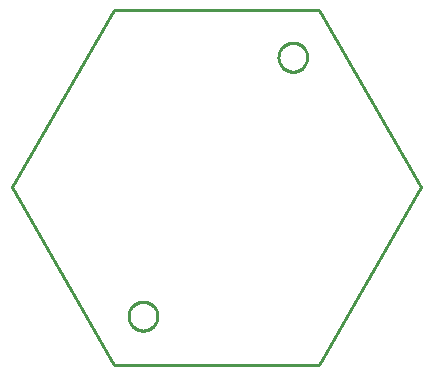
<source format=gbr>
G04 EAGLE Gerber RS-274X export*
G75*
%MOMM*%
%FSLAX34Y34*%
%LPD*%
%IN*%
%IPPOS*%
%AMOC8*
5,1,8,0,0,1.08239X$1,22.5*%
G01*
%ADD10C,0.254000*%


D10*
X-173200Y149225D02*
X-86600Y-775D01*
X86600Y-775D01*
X173200Y149225D01*
X86600Y299225D01*
X-86600Y299225D01*
X-173200Y149225D01*
X-49928Y39754D02*
X-50004Y38799D01*
X-50154Y37852D01*
X-50377Y36919D01*
X-50674Y36008D01*
X-51041Y35122D01*
X-51476Y34268D01*
X-51977Y33450D01*
X-52540Y32675D01*
X-53163Y31946D01*
X-53841Y31268D01*
X-54570Y30645D01*
X-55345Y30082D01*
X-56163Y29581D01*
X-57017Y29146D01*
X-57903Y28779D01*
X-58814Y28483D01*
X-59746Y28259D01*
X-60693Y28109D01*
X-61649Y28034D01*
X-62608Y28034D01*
X-63563Y28109D01*
X-64510Y28259D01*
X-65443Y28483D01*
X-66354Y28779D01*
X-67240Y29146D01*
X-68094Y29581D01*
X-68912Y30082D01*
X-69687Y30645D01*
X-70416Y31268D01*
X-71094Y31946D01*
X-71717Y32675D01*
X-72280Y33450D01*
X-72781Y34268D01*
X-73216Y35122D01*
X-73583Y36008D01*
X-73879Y36919D01*
X-74103Y37852D01*
X-74253Y38799D01*
X-74328Y39754D01*
X-74328Y40713D01*
X-74253Y41669D01*
X-74103Y42616D01*
X-73879Y43548D01*
X-73583Y44459D01*
X-73216Y45345D01*
X-72781Y46199D01*
X-72280Y47017D01*
X-71717Y47792D01*
X-71094Y48521D01*
X-70416Y49199D01*
X-69687Y49822D01*
X-68912Y50385D01*
X-68094Y50886D01*
X-67240Y51322D01*
X-66354Y51688D01*
X-65443Y51985D01*
X-64510Y52208D01*
X-63563Y52358D01*
X-62608Y52434D01*
X-61649Y52434D01*
X-60693Y52358D01*
X-59746Y52208D01*
X-58814Y51985D01*
X-57903Y51688D01*
X-57017Y51322D01*
X-56163Y50886D01*
X-55345Y50385D01*
X-54570Y49822D01*
X-53841Y49199D01*
X-53163Y48521D01*
X-52540Y47792D01*
X-51977Y47017D01*
X-51476Y46199D01*
X-51041Y45345D01*
X-50674Y44459D01*
X-50377Y43548D01*
X-50154Y42616D01*
X-50004Y41669D01*
X-49928Y40713D01*
X-49928Y39754D01*
X76945Y258956D02*
X76869Y258001D01*
X76719Y257054D01*
X76496Y256121D01*
X76199Y255210D01*
X75833Y254324D01*
X75397Y253470D01*
X74896Y252652D01*
X74333Y251877D01*
X73710Y251148D01*
X73032Y250470D01*
X72303Y249847D01*
X71528Y249284D01*
X70710Y248783D01*
X69856Y248348D01*
X68971Y247981D01*
X68059Y247685D01*
X67127Y247461D01*
X66180Y247311D01*
X65224Y247236D01*
X64265Y247236D01*
X63310Y247311D01*
X62363Y247461D01*
X61431Y247685D01*
X60519Y247981D01*
X59633Y248348D01*
X58779Y248783D01*
X57961Y249284D01*
X57186Y249847D01*
X56457Y250470D01*
X55779Y251148D01*
X55156Y251877D01*
X54593Y252652D01*
X54092Y253470D01*
X53657Y254324D01*
X53290Y255210D01*
X52994Y256121D01*
X52770Y257054D01*
X52620Y258001D01*
X52545Y258956D01*
X52545Y259915D01*
X52620Y260871D01*
X52770Y261818D01*
X52994Y262750D01*
X53290Y263661D01*
X53657Y264547D01*
X54092Y265401D01*
X54593Y266219D01*
X55156Y266994D01*
X55779Y267723D01*
X56457Y268401D01*
X57186Y269024D01*
X57961Y269587D01*
X58779Y270088D01*
X59633Y270524D01*
X60519Y270890D01*
X61431Y271187D01*
X62363Y271410D01*
X63310Y271560D01*
X64265Y271636D01*
X65224Y271636D01*
X66180Y271560D01*
X67127Y271410D01*
X68059Y271187D01*
X68971Y270890D01*
X69856Y270524D01*
X70710Y270088D01*
X71528Y269587D01*
X72303Y269024D01*
X73032Y268401D01*
X73710Y267723D01*
X74333Y266994D01*
X74896Y266219D01*
X75397Y265401D01*
X75833Y264547D01*
X76199Y263661D01*
X76496Y262750D01*
X76719Y261818D01*
X76869Y260871D01*
X76945Y259915D01*
X76945Y258956D01*
M02*

</source>
